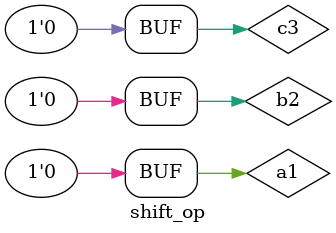
<source format=v>
module logical_operator_summary();
    reg[2:0] a, b, c;
    reg a1, b2, c3;
    initial
    begin
        a = 12;
        b = 3'b101;
        c = 2'h4;

        a1 = a && b; // AND op
        b2 = b || c; // OR op
        c3 = !(b||c); // NOT of b and c
        $display("Results are: %a1, %b2, %c3", a1, b2, c3);
    end
endmodule

module reduction_operators();
    reg[2:0] a, b, c;
    reg a1, b2, c3;
    initial
    begin
        a = 3'b110;
        b = 4'b0011;
        a1 = ~& a; // NAND of a - bit by bit
        b2 = ^b; // XOR of b
    end
endmodule

module shift_op();
    // from the above values of a,b,c
    wire a, b, c, a1, b2, c3;
    initial
        begin
            a1 = a << 2; // left shift_op
            b2 = b >>3; // right shift by 3
            c3 = c >>> 1; // arithmeticlay shift c by 3
        end
endmodule


</source>
